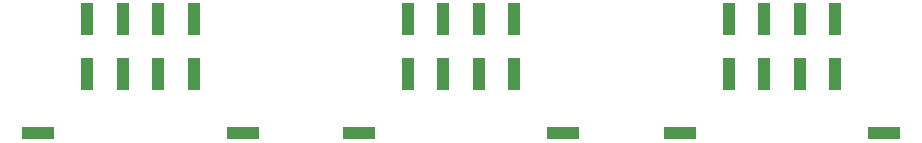
<source format=gtp>
%FSLAX25Y25*%
%MOIN*%
G70*
G01*
G75*
G04 Layer_Color=8421504*
%ADD10R,0.05512X0.23622*%
%ADD11R,0.05000X0.11496*%
%ADD12R,0.11496X0.05000*%
%ADD13C,0.02000*%
%ADD14C,0.02500*%
%ADD15C,0.01000*%
%ADD16C,0.01000*%
%ADD17R,0.04400X0.10896*%
%ADD18R,0.10896X0.04400*%
D17*
X48368Y39756D02*
D03*
X36557D02*
D03*
Y57945D02*
D03*
X48368D02*
D03*
X12935D02*
D03*
Y39756D02*
D03*
X24746D02*
D03*
Y57945D02*
D03*
X238546D02*
D03*
Y39756D02*
D03*
X226735D02*
D03*
Y57945D02*
D03*
X262168D02*
D03*
X250357D02*
D03*
Y39756D02*
D03*
X262168D02*
D03*
X155268D02*
D03*
X143457D02*
D03*
Y57945D02*
D03*
X155268D02*
D03*
X119835D02*
D03*
Y39756D02*
D03*
X131646D02*
D03*
Y57945D02*
D03*
D18*
X-3404Y19992D02*
D03*
X64706D02*
D03*
X278506D02*
D03*
X210396D02*
D03*
X103496D02*
D03*
X171606D02*
D03*
M02*

</source>
